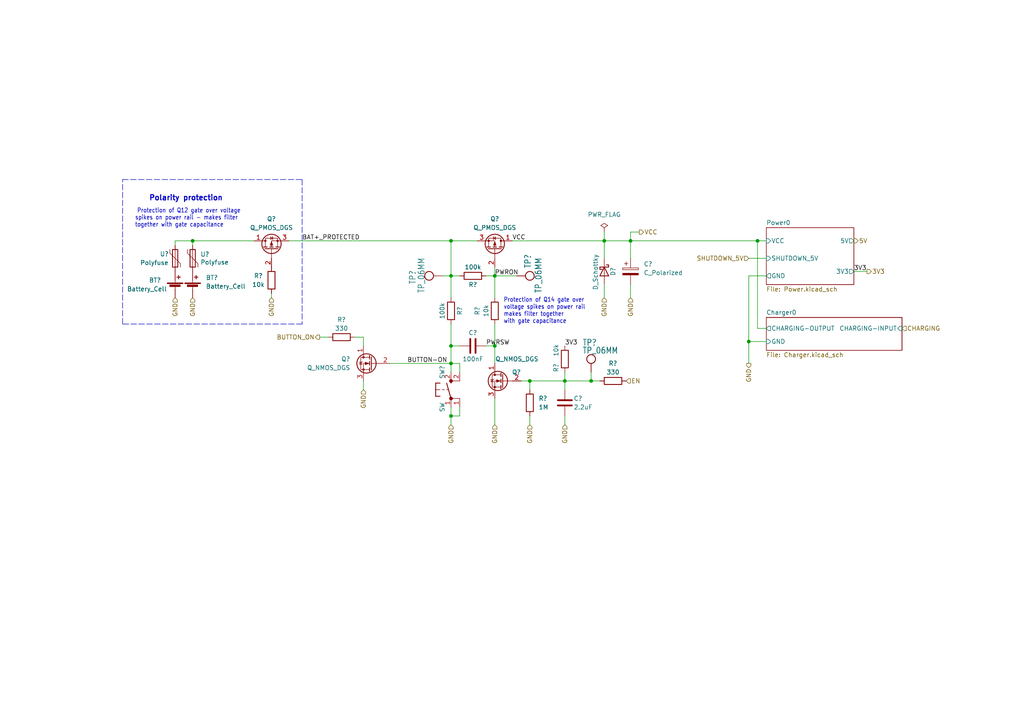
<source format=kicad_sch>
(kicad_sch (version 20211123) (generator eeschema)
  (paper "A4")
  (lib_symbols
    (symbol "B.B-rescue:Polyfuse-Device-B.B-rescue-B.B-rescue" (pin_numbers hide) (pin_names (offset 0))
      (property "Reference" "F" (at -2.54 0 90))
      (property "Value" "Polyfuse-Device-B.B-rescue-B.B-rescue" (at 2.54 0 90))
      (symbol "Polyfuse-Device-B.B-rescue-B.B-rescue_0_1"
        (rectangle (start -0.762 2.54) (end 0.762 -2.54) (stroke (width 0.254)))
        (polyline (pts (xy 0 2.54) (xy 0 -2.54)))
        (polyline (pts (xy -1.524 2.54) (xy -1.524 1.524) (xy 1.524 -1.524) (xy 1.524 -2.54)))
      )
      (symbol "Polyfuse-Device-B.B-rescue-B.B-rescue_1_1"
        (pin passive line (at 0 3.81 270) (length 1.27) (name "~") (number "1"))
        (pin passive line (at 0 -3.81 90) (length 1.27) (name "~") (number "2"))
      )
    )
    (symbol "Device:Battery_Cell" (pin_numbers hide) (pin_names (offset 0) hide)
      (property "Reference" "BT" (at 2.54 2.54 0))
      (property "Value" "Battery_Cell" (at 2.54 0 0))
      (symbol "Battery_Cell_0_1"
        (rectangle (start -2.286 1.778) (end 2.286 1.524) (fill (type outline)))
        (rectangle (start -1.5748 1.1938) (end 1.4732 0.6858) (fill (type outline)))
        (polyline (pts (xy 0 0.762) (xy 0 0)))
        (polyline (pts (xy 0 1.778) (xy 0 2.54)))
        (polyline (pts (xy 0.508 3.429) (xy 1.524 3.429)) (stroke (width 0.254)))
        (polyline (pts (xy 1.016 3.937) (xy 1.016 2.921)) (stroke (width 0.254)))
      )
      (symbol "Battery_Cell_1_1"
        (pin passive line (at 0 5.08 270) (length 2.54) (name "+") (number "1"))
        (pin passive line (at 0 -2.54 90) (length 2.54) (name "-") (number "2"))
      )
    )
    (symbol "Device:C" (pin_numbers hide) (pin_names (offset 0.254))
      (property "Reference" "C" (at 0.635 2.54 0))
      (property "Value" "C" (at 0.635 -2.54 0))
      (symbol "C_0_1"
        (polyline (pts (xy -2.032 -0.762) (xy 2.032 -0.762)) (stroke (width 0.508)))
        (polyline (pts (xy -2.032 0.762) (xy 2.032 0.762)) (stroke (width 0.508)))
      )
      (symbol "C_1_1"
        (pin passive line (at 0 3.81 270) (length 2.794) (name "~") (number "1"))
        (pin passive line (at 0 -3.81 90) (length 2.794) (name "~") (number "2"))
      )
    )
    (symbol "Device:C_Polarized" (pin_numbers hide) (pin_names (offset 0.254))
      (property "Reference" "C" (at 0.635 2.54 0))
      (property "Value" "C_Polarized" (at 0.635 -2.54 0))
      (symbol "C_Polarized_0_1"
        (rectangle (start -2.286 0.508) (end 2.286 1.016))
        (polyline (pts (xy -1.778 2.286) (xy -0.762 2.286)))
        (polyline (pts (xy -1.27 2.794) (xy -1.27 1.778)))
        (rectangle (start 2.286 -0.508) (end -2.286 -1.016) (fill (type outline)))
      )
      (symbol "C_Polarized_1_1"
        (pin passive line (at 0 3.81 270) (length 2.794) (name "~") (number "1"))
        (pin passive line (at 0 -3.81 90) (length 2.794) (name "~") (number "2"))
      )
    )
    (symbol "Device:D_Schottky" (pin_numbers hide) (pin_names (offset 1.016) hide)
      (property "Reference" "D" (at 0 2.54 0))
      (property "Value" "D_Schottky" (at 0 -2.54 0))
      (symbol "D_Schottky_0_1"
        (polyline (pts (xy 1.27 0) (xy -1.27 0)))
        (polyline (pts (xy 1.27 1.27) (xy 1.27 -1.27) (xy -1.27 0) (xy 1.27 1.27)) (stroke (width 0.254)))
        (polyline (pts (xy -1.905 0.635) (xy -1.905 1.27) (xy -1.27 1.27) (xy -1.27 -1.27) (xy -0.635 -1.27) (xy -0.635 -0.635)) (stroke (width 0.254)))
      )
      (symbol "D_Schottky_1_1"
        (pin passive line (at -3.81 0 0) (length 2.54) (name "K") (number "1"))
        (pin passive line (at 3.81 0 180) (length 2.54) (name "A") (number "2"))
      )
    )
    (symbol "Device:Q_NMOS_DGS" (pin_names (offset 0) hide)
      (property "Reference" "Q" (at 5.08 1.27 0))
      (property "Value" "Q_NMOS_DGS" (at 5.08 -1.27 0))
      (symbol "Q_NMOS_DGS_0_1"
        (polyline (pts (xy 0.254 0) (xy -2.54 0)))
        (polyline (pts (xy 0.254 1.905) (xy 0.254 -1.905)) (stroke (width 0.254)))
        (polyline (pts (xy 0.762 -1.27) (xy 0.762 -2.286)) (stroke (width 0.254)))
        (polyline (pts (xy 0.762 0.508) (xy 0.762 -0.508)) (stroke (width 0.254)))
        (polyline (pts (xy 0.762 2.286) (xy 0.762 1.27)) (stroke (width 0.254)))
        (polyline (pts (xy 2.54 2.54) (xy 2.54 1.778)))
        (polyline (pts (xy 2.54 -2.54) (xy 2.54 0) (xy 0.762 0)))
        (polyline (pts (xy 0.762 -1.778) (xy 3.302 -1.778) (xy 3.302 1.778) (xy 0.762 1.778)))
        (polyline (pts (xy 1.016 0) (xy 2.032 0.381) (xy 2.032 -0.381) (xy 1.016 0)) (fill (type outline)))
        (polyline (pts (xy 2.794 0.508) (xy 2.921 0.381) (xy 3.683 0.381) (xy 3.81 0.254)))
        (polyline (pts (xy 3.302 0.381) (xy 2.921 -0.254) (xy 3.683 -0.254) (xy 3.302 0.381)))
        (circle (center 1.651 0) (radius 2.794) (stroke (width 0.254)))
        (circle (center 2.54 -1.778) (radius 0.254) (fill (type outline)))
        (circle (center 2.54 1.778) (radius 0.254) (fill (type outline)))
      )
      (symbol "Q_NMOS_DGS_1_1"
        (pin passive line (at 2.54 5.08 270) (length 2.54) (name "D") (number "1"))
        (pin input line (at -5.08 0 0) (length 2.54) (name "G") (number "2"))
        (pin passive line (at 2.54 -5.08 90) (length 2.54) (name "S") (number "3"))
      )
    )
    (symbol "Device:Q_PMOS_DGS" (pin_names (offset 0) hide)
      (property "Reference" "Q" (at 5.08 1.27 0))
      (property "Value" "Q_PMOS_DGS" (at 5.08 -1.27 0))
      (symbol "Q_PMOS_DGS_0_1"
        (polyline (pts (xy 0.254 0) (xy -2.54 0)))
        (polyline (pts (xy 0.254 1.905) (xy 0.254 -1.905)) (stroke (width 0.254)))
        (polyline (pts (xy 0.762 -1.27) (xy 0.762 -2.286)) (stroke (width 0.254)))
        (polyline (pts (xy 0.762 0.508) (xy 0.762 -0.508)) (stroke (width 0.254)))
        (polyline (pts (xy 0.762 2.286) (xy 0.762 1.27)) (stroke (width 0.254)))
        (polyline (pts (xy 2.54 2.54) (xy 2.54 1.778)))
        (polyline (pts (xy 2.54 -2.54) (xy 2.54 0) (xy 0.762 0)))
        (polyline (pts (xy 0.762 1.778) (xy 3.302 1.778) (xy 3.302 -1.778) (xy 0.762 -1.778)))
        (polyline (pts (xy 2.286 0) (xy 1.27 0.381) (xy 1.27 -0.381) (xy 2.286 0)) (fill (type outline)))
        (polyline (pts (xy 2.794 -0.508) (xy 2.921 -0.381) (xy 3.683 -0.381) (xy 3.81 -0.254)))
        (polyline (pts (xy 3.302 -0.381) (xy 2.921 0.254) (xy 3.683 0.254) (xy 3.302 -0.381)))
        (circle (center 1.651 0) (radius 2.794) (stroke (width 0.254)))
        (circle (center 2.54 -1.778) (radius 0.254) (fill (type outline)))
        (circle (center 2.54 1.778) (radius 0.254) (fill (type outline)))
      )
      (symbol "Q_PMOS_DGS_1_1"
        (pin passive line (at 2.54 5.08 270) (length 2.54) (name "D") (number "1"))
        (pin input line (at -5.08 0 0) (length 2.54) (name "G") (number "2"))
        (pin passive line (at 2.54 -5.08 90) (length 2.54) (name "S") (number "3"))
      )
    )
    (symbol "Device:R" (pin_numbers hide) (pin_names (offset 0))
      (property "Reference" "R" (at 2.032 0 90))
      (property "Value" "R" (at 0 0 90))
      (symbol "R_0_1"
        (rectangle (start -1.016 -2.54) (end 1.016 2.54) (stroke (width 0.254)))
      )
      (symbol "R_1_1"
        (pin passive line (at 0 3.81 270) (length 1.27) (name "~") (number "1"))
        (pin passive line (at 0 -3.81 90) (length 1.27) (name "~") (number "2"))
      )
    )
    (symbol "RBCX-eagle-import:TP_06MM"
      (property "Reference" "TP" (at -2.54 7.62 0))
      (property "Value" "TP_06MM" (at -2.54 5.334 0))
      (symbol "TP_06MM_1_0"
        (circle (center 0 3.81) (radius 1.27) (stroke (width 0.254)))
        (pin passive line (at 0 0 90) (length 2.54) (name "TP") (number "P$1"))
      )
    )
    (symbol "RBCX:SW"
      (property "Reference" "SW" (at 0 8.89 0))
      (property "Value" "SW" (at 0 6.35 0))
      (symbol "SW_1_0"
        (circle (center 0 -2.54) (radius 0.127) (stroke (width 0.4064)))
        (polyline (pts (xy -4.445 -1.905) (xy -3.175 -1.905)) (stroke (width 0.254)))
        (polyline (pts (xy -4.445 0) (xy -4.445 -1.905)) (stroke (width 0.254)))
        (polyline (pts (xy -4.445 0) (xy -3.175 0)) (stroke (width 0.1524)))
        (polyline (pts (xy -4.445 1.905) (xy -4.445 0)) (stroke (width 0.254)))
        (polyline (pts (xy -4.445 1.905) (xy -3.175 1.905)) (stroke (width 0.254)))
        (polyline (pts (xy -2.54 0) (xy -1.905 0)) (stroke (width 0.1524)))
        (polyline (pts (xy -1.27 0) (xy -0.635 0)) (stroke (width 0.1524)))
        (polyline (pts (xy 0 -2.54) (xy -1.27 1.905)) (stroke (width 0.254)))
        (polyline (pts (xy 0 1.905) (xy 0 2.54)) (stroke (width 0.254)))
        (polyline (pts (xy 2.54 -2.54) (xy 0 -2.54)) (stroke (width 0.1524)))
        (polyline (pts (xy 2.54 2.54) (xy 0 2.54)) (stroke (width 0.1524)))
        (circle (center 0 2.54) (radius 0.127) (stroke (width 0.4064)))
        (pin passive line (at 0 -5.08 90) (length 2.54) (name "P") (number "1"))
        (pin passive line (at 2.54 -5.08 90) (length 2.54) (name "P1") (number "1"))
        (pin passive line (at 0 5.08 270) (length 2.54) (name "S") (number "2"))
        (pin passive line (at 2.54 5.08 270) (length 2.54) (name "S1") (number "2"))
      )
    )
    (symbol "power:PWR_FLAG" (power) (pin_numbers hide) (pin_names (offset 0) hide)
      (property "Value" "PWR_FLAG" (at 0 3.81 0))
      (symbol "PWR_FLAG_0_0"
        (pin power_out line (at 0 0 90) (length 0) (name "pwr") (number "1"))
      )
      (symbol "PWR_FLAG_0_1"
        (polyline (pts (xy 0 0) (xy 0 1.27) (xy -1.016 1.905) (xy 0 2.54) (xy 1.016 1.905) (xy 0 1.27)))
      )
    )
  )
  (junction (at 153.67 110.49))
  (junction (at 171.45 110.49))
  (junction (at 217.17 99.06))
  (junction (at 55.88 69.85))
  (junction (at 130.81 69.85))
  (junction (at 182.88 69.85))
  (junction (at 163.83 110.49))
  (junction (at 130.81 105.41))
  (junction (at 175.26 69.85))
  (junction (at 130.81 120.65))
  (junction (at 143.51 100.33))
  (junction (at 143.51 80.01))
  (junction (at 130.81 80.01))
  (junction (at 219.71 69.85))
  (junction (at 130.81 100.33))
  (wire (pts (xy 133.35 118.11) (xy 133.35 120.65)))
  (wire (pts (xy 113.03 105.41) (xy 130.81 105.41)))
  (wire (pts (xy 163.83 107.95) (xy 163.83 110.49)))
  (wire (pts (xy 130.81 69.85) (xy 138.43 69.85)))
  (wire (pts (xy 153.67 113.03) (xy 153.67 110.49)))
  (wire (pts (xy 128.27 80.01) (xy 130.81 80.01)))
  (wire (pts (xy 133.35 120.65) (xy 130.81 120.65)))
  (wire (pts (xy 182.88 67.31) (xy 182.88 69.85)))
  (wire (pts (xy 133.35 100.33) (xy 130.81 100.33)))
  (wire (pts (xy 182.88 74.93) (xy 182.88 69.85)))
  (wire (pts (xy 50.8 71.12) (xy 50.8 69.85)))
  (wire (pts (xy 182.88 69.85) (xy 219.71 69.85)))
  (wire (pts (xy 130.81 118.11) (xy 130.81 120.65)))
  (wire (pts (xy 133.35 105.41) (xy 130.81 105.41)))
  (wire (pts (xy 247.65 78.74) (xy 251.46 78.74)))
  (wire (pts (xy 130.81 80.01) (xy 133.35 80.01)))
  (wire (pts (xy 163.83 110.49) (xy 163.83 113.03)))
  (wire (pts (xy 105.41 113.03) (xy 105.41 110.49)))
  (wire (pts (xy 185.42 67.31) (xy 182.88 67.31)))
  (wire (pts (xy 173.99 110.49) (xy 171.45 110.49)))
  (wire (pts (xy 148.59 69.85) (xy 175.26 69.85)))
  (wire (pts (xy 217.17 99.06) (xy 217.17 80.01)))
  (wire (pts (xy 153.67 120.65) (xy 153.67 123.19)))
  (wire (pts (xy 143.51 80.01) (xy 143.51 86.36)))
  (wire (pts (xy 175.26 74.93) (xy 175.26 69.85)))
  (polyline (pts (xy 87.63 52.07) (xy 87.63 93.98)))
  (wire (pts (xy 50.8 69.85) (xy 55.88 69.85)))
  (wire (pts (xy 133.35 107.95) (xy 133.35 105.41)))
  (wire (pts (xy 92.71 97.79) (xy 95.25 97.79)))
  (wire (pts (xy 83.82 69.85) (xy 130.81 69.85)))
  (wire (pts (xy 130.81 123.19) (xy 130.81 120.65)))
  (wire (pts (xy 175.26 69.85) (xy 182.88 69.85)))
  (wire (pts (xy 219.71 95.25) (xy 222.25 95.25)))
  (wire (pts (xy 143.51 77.47) (xy 143.51 80.01)))
  (wire (pts (xy 163.83 120.65) (xy 163.83 123.19)))
  (wire (pts (xy 55.88 69.85) (xy 73.66 69.85)))
  (wire (pts (xy 55.88 71.12) (xy 55.88 69.85)))
  (polyline (pts (xy 87.63 93.98) (xy 35.56 93.98)))
  (wire (pts (xy 140.97 80.01) (xy 143.51 80.01)))
  (wire (pts (xy 217.17 105.41) (xy 217.17 99.06)))
  (wire (pts (xy 219.71 69.85) (xy 222.25 69.85)))
  (wire (pts (xy 105.41 97.79) (xy 102.87 97.79)))
  (polyline (pts (xy 35.56 52.07) (xy 87.63 52.07)))
  (wire (pts (xy 78.74 86.36) (xy 78.74 85.09)))
  (wire (pts (xy 149.86 80.01) (xy 143.51 80.01)))
  (wire (pts (xy 217.17 80.01) (xy 222.25 80.01)))
  (wire (pts (xy 171.45 107.95) (xy 171.45 110.49)))
  (wire (pts (xy 140.97 100.33) (xy 143.51 100.33)))
  (wire (pts (xy 130.81 105.41) (xy 130.81 107.95)))
  (wire (pts (xy 163.83 110.49) (xy 171.45 110.49)))
  (wire (pts (xy 175.26 67.31) (xy 175.26 69.85)))
  (wire (pts (xy 143.51 100.33) (xy 143.51 105.41)))
  (wire (pts (xy 217.17 99.06) (xy 222.25 99.06)))
  (wire (pts (xy 219.71 95.25) (xy 219.71 69.85)))
  (wire (pts (xy 143.51 123.19) (xy 143.51 115.57)))
  (wire (pts (xy 151.13 110.49) (xy 153.67 110.49)))
  (wire (pts (xy 182.88 82.55) (xy 182.88 86.36)))
  (wire (pts (xy 175.26 82.55) (xy 175.26 86.36)))
  (wire (pts (xy 130.81 80.01) (xy 130.81 86.36)))
  (wire (pts (xy 217.17 74.93) (xy 222.25 74.93)))
  (wire (pts (xy 105.41 100.33) (xy 105.41 97.79)))
  (wire (pts (xy 153.67 110.49) (xy 163.83 110.49)))
  (wire (pts (xy 143.51 93.98) (xy 143.51 100.33)))
  (polyline (pts (xy 35.56 93.98) (xy 35.56 52.07)))
  (wire (pts (xy 130.81 93.98) (xy 130.81 100.33)))
  (wire (pts (xy 130.81 100.33) (xy 130.81 105.41)))
  (wire (pts (xy 130.81 80.01) (xy 130.81 69.85)))
  (text "Protection of Q12 gate over voltage\nspikes on power rail - makes filter \ntogether with gate capacitance      " (at 69.85 66.04 180) (effects (font (size 1.27 1.0795)) (justify right bottom)))
  (text "Polarity protection" (at 43.18 58.42 0) (effects (font (size 1.5 1.5) (thickness 0.3) bold) (justify left bottom)))
  (text "Protection of Q14 gate over \nvoltage spikes on power rail\nmakes filter together \nwith gate capacitance" (at 146.05 93.98 180) (effects (font (size 1.27 1.0795)) (justify left bottom)))
  (label "3V3" (at 163.83 100.33 0))
  (label "PWRON" (at 143.51 80.01 0))
  (label "VCC" (at 148.59 69.85 0))
  (label "BUTTON-ON" (at 118.11 105.41 0))
  (label "3V3" (at 247.65 78.74 0))
  (label "BAT+_PROTECTED" (at 87.63 69.85 0))
  (label "PWRSW" (at 140.97 100.33 0))
  (hierarchical_label "GND" (shape input) (at 182.88 86.36 270))
  (hierarchical_label "GND" (shape input) (at 130.81 123.19 270))
  (hierarchical_label "SHUTDOWN_5V" (shape input) (at 217.17 74.93 180))
  (hierarchical_label "3V3" (shape output) (at 251.46 78.74 0))
  (hierarchical_label "BUTTON_ON" (shape output) (at 92.71 97.79 180))
  (hierarchical_label "GND" (shape input) (at 163.83 123.19 270))
  (hierarchical_label "EN" (shape input) (at 181.61 110.49 0))
  (hierarchical_label "GND" (shape input) (at 175.26 86.36 270))
  (hierarchical_label "CHARGING" (shape input) (at 261.62 95.25 0))
  (hierarchical_label "GND" (shape output) (at 217.17 105.41 270))
  (hierarchical_label "GND" (shape input) (at 153.67 123.19 270))
  (hierarchical_label "GND" (shape input) (at 78.74 86.36 270))
  (hierarchical_label "5V" (shape output) (at 247.65 69.85 0))
  (hierarchical_label "VCC" (shape output) (at 185.42 67.31 0))
  (hierarchical_label "GND" (shape input) (at 55.88 86.36 270))
  (hierarchical_label "GND" (shape input) (at 143.51 123.19 270))
  (hierarchical_label "GND" (shape input) (at 105.41 113.03 270))
  (hierarchical_label "GND" (shape input) (at 50.8 86.36 270))
  (symbol (lib_id "RBCX-eagle-import:TP_06MM") (at 128.27 80.01 90) (unit 1)
    (property "Reference" "TP?" (at 120.65 82.55 0) (effects (font (size 1.778 1.5113)) (justify left bottom)))
    (property "Value" "TP_06MM" (at 123.19 85.09 0) (effects (font (size 1.778 1.5113)) (justify left bottom)))
    (property "Footprint" "RBCX:TP_06MM" (effects hide))
    (property "JLCPCB_IGNORE" "1" (effects hide))
  )
  (symbol (lib_id "Device:R") (at 99.06 97.79 90) (unit 1)
    (property "Reference" "R?" (at 99.06 92.71 90))
    (property "Value" "330" (at 99.06 95.25 90))
    (property "Footprint" "Capacitor_SMD:C_0201_0603Metric" (effects hide))
    (property "LCSC" "C473445" (effects hide))
    (property "Basic/Extended" "E" (effects hide))
  )
  (symbol (lib_id "Device:R") (at 177.8 110.49 90) (unit 1)
    (property "Reference" "R?" (at 177.8 105.41 90))
    (property "Value" "330" (at 177.8 107.95 90))
    (property "Footprint" "Capacitor_SMD:C_0201_0603Metric" (effects hide))
    (property "LCSC" "C473445" (effects hide))
    (property "Basic/Extended" "E" (effects hide))
  )
  (symbol (lib_id "Device:Battery_Cell") (at 55.88 83.82 0) (unit 1)
    (property "Reference" "BT?" (at 59.69 80.5179 0) (effects (justify left)))
    (property "Value" "Battery_Cell" (at 59.69 83.0579 0) (effects (justify left)))
  )
  (symbol (lib_id "Device:Q_NMOS_DGS") (at 107.95 105.41 0) (mirror y) (unit 1)
    (property "Reference" "Q?" (at 101.6 104.14 0) (effects (justify left)))
    (property "Value" "Q_NMOS_DGS" (at 101.6 106.68 0) (effects (justify left)))
    (property "Footprint" "Package_TO_SOT_SMD:SOT-723" (effects hide))
    (property "Datasheet" "https://datasheet.lcsc.com/lcsc/2004141706_Jiangsu-Changjing-Electronics-Technology-Co---Ltd--2SK3541_C504051.pdf" (effects hide))
    (property "LCSC" "C504051" (effects hide))
    (property "Basic/Extended" "E" (effects hide))
    (property "JLCPCB_CORRECTION" "0;0;180" (effects hide))
  )
  (symbol (lib_id "Device:C") (at 163.83 116.84 0) (unit 1)
    (property "Reference" "C?" (at 166.37 115.57 0) (effects (justify left)))
    (property "Value" "2.2uF" (at 166.37 118.11 0) (effects (justify left)))
    (property "Footprint" "Capacitor_SMD:C_0402_1005Metric" (effects hide))
    (property "LCSC" "C12530" (effects hide))
    (property "Basic/Extended" "B" (effects hide))
  )
  (symbol (lib_id "Device:C") (at 137.16 100.33 90) (unit 1)
    (property "Reference" "C?" (at 137.16 96.52 90))
    (property "Value" "100nF" (at 137.16 104.14 90))
    (property "Footprint" "Capacitor_SMD:C_0402_1005Metric" (effects hide))
    (property "LCSC" "C131394" (effects hide))
    (property "Basic/Extended" "E" (effects hide))
  )
  (symbol (lib_id "Device:R") (at 137.16 80.01 90) (unit 1)
    (property "Reference" "R?" (at 137.16 82.55 90))
    (property "Value" "100k" (at 137.16 77.47 90))
    (property "Footprint" "Capacitor_SMD:C_0201_0603Metric" (effects hide))
    (property "LCSC" "C270364" (effects hide))
    (property "Basic/Extended" "E" (effects hide))
  )
  (symbol (lib_id "RBCX:SW") (at 130.81 113.03 0) (unit 1)
    (property "Reference" "SW?" (at 128.27 107.95 90))
    (property "Value" "SW" (at 128.27 118.11 90))
    (property "Footprint" "RBCX:SW" (effects hide))
    (property "Datasheet" "https://datasheet.lcsc.com/lcsc/2002271431_XKB-Connectivity-TS-1187A-B-A-B_C318884.pdf" (effects hide))
    (property "LCSC" "C318884" (effects hide))
    (property "Basic/Extended" "B" (effects hide))
  )
  (symbol (lib_id "Device:Q_NMOS_DGS") (at 146.05 110.49 0) (mirror y) (unit 1)
    (property "Reference" "Q?" (at 151.13 107.95 0) (effects (justify left)))
    (property "Value" "Q_NMOS_DGS" (at 156.21 104.14 0) (effects (justify left)))
    (property "Footprint" "Package_TO_SOT_SMD:SOT-723" (effects hide))
    (property "Datasheet" "https://datasheet.lcsc.com/lcsc/2004141706_Jiangsu-Changjing-Electronics-Technology-Co---Ltd--2SK3541_C504051.pdf" (effects hide))
    (property "LCSC" "C504051" (effects hide))
    (property "Basic/Extended" "E" (effects hide))
    (property "JLCPCB_CORRECTION" "0;0;180" (effects hide))
  )
  (symbol (lib_id "Device:C_Polarized") (at 182.88 78.74 0) (unit 1)
    (property "Reference" "C?" (at 186.69 76.5809 0) (effects (justify left)))
    (property "Value" "C_Polarized" (at 186.69 79.1209 0) (effects (justify left)))
    (property "Footprint" "Capacitor_SMD:CP_Elec_8x11.9" (effects hide))
    (property "Datasheet" "https://datasheet.lcsc.com/lcsc/2112131830_AISHI-Aihua-Group-SVZ1VM221FBRE00RAXXX_C2923769.pdf" (effects hide))
    (property "LCSC" "C2923769" (effects hide))
    (property "Basic/Extended" "E" (effects hide))
  )
  (symbol (lib_id "Device:Battery_Cell") (at 50.8 83.82 0) (unit 1)
    (property "Reference" "BT?" (at 43.18 81.28 0) (effects (justify left)))
    (property "Value" "Battery_Cell" (at 36.83 83.82 0) (effects (justify left)))
  )
  (symbol (lib_id "Device:D_Schottky") (at 175.26 78.74 270) (unit 1)
    (property "Reference" "D?" (at 177.8 77.47 0) (effects (justify left)))
    (property "Value" "D_Schottky" (at 172.72 73.66 0) (effects (justify left)))
    (property "Footprint" "Diode_SMD:D_SOD-123F" (effects hide))
    (property "Datasheet" "https://datasheet.lcsc.com/lcsc/1810211104_Shandong-Jingdao-Microelectronics-DS24W_C108810.pdf" (effects hide))
    (property "LCSC" "C108810" (effects hide))
    (property "Basic/Extended" "E" (effects hide))
  )
  (symbol (lib_id "Device:Q_PMOS_DGS") (at 143.51 72.39 270) (mirror x) (unit 1)
    (property "Reference" "Q?" (at 143.51 63.5 90))
    (property "Value" "Q_PMOS_DGS" (at 143.51 66.04 90))
    (property "Footprint" "RBCX:JMSL0302AU" (effects hide))
    (property "Datasheet" "https://datasheet.lcsc.com/lcsc/2109070930_Jiangsu-JieJie-Microelectronics-JMSL0302AU_C2890409.pdf" (effects hide))
    (property "LCSC" "C2890409" (effects hide))
    (property "Basic/Extended" "E" (effects hide))
  )
  (symbol (lib_id "Device:Q_PMOS_DGS") (at 78.74 72.39 90) (unit 1)
    (property "Reference" "Q?" (at 78.74 63.5 90))
    (property "Value" "Q_PMOS_DGS" (at 78.74 66.04 90))
    (property "Footprint" "RBCX:JMSL0302AU" (effects hide))
    (property "Datasheet" "https://datasheet.lcsc.com/lcsc/2109070930_Jiangsu-JieJie-Microelectronics-JMSL0302AU_C2890409.pdf" (effects hide))
    (property "LCSC" "C2890409" (effects hide))
    (property "Basic/Extended" "E" (effects hide))
  )
  (symbol (lib_id "RBCX-eagle-import:TP_06MM") (at 171.45 107.95 0) (unit 1)
    (property "Reference" "TP?" (at 168.91 100.33 0) (effects (font (size 1.778 1.5113)) (justify left bottom)))
    (property "Value" "TP_06MM" (at 168.91 102.616 0) (effects (font (size 1.778 1.5113)) (justify left bottom)))
    (property "Footprint" "RBCX:TP_06MM" (effects hide))
    (property "JLCPCB_IGNORE" "1" (effects hide))
  )
  (symbol (lib_id "Device:R") (at 153.67 116.84 0) (unit 1)
    (property "Reference" "R?" (at 156.21 115.5699 0) (effects (justify left)))
    (property "Value" "1M" (at 156.21 118.11 0) (effects (justify left)))
    (property "Footprint" "Resistor_SMD:R_0201_0603Metric" (effects hide))
    (property "LCSC" "C473482" (effects hide))
    (property "Basic/Extended" "E" (effects hide))
  )
  (symbol (lib_id "B.B-rescue:Polyfuse-Device-B.B-rescue-B.B-rescue") (at 55.88 74.93 0) (unit 1)
    (property "Reference" "U?" (at 58.1152 73.7616 0) (effects (justify left)))
    (property "Value" "Polyfuse" (at 58.1152 76.073 0) (effects (justify left)))
    (property "Footprint" "Inductor_SMD:L_1206_3216Metric" (effects hide))
    (property "LCSC" "C20988" (effects hide))
  )
  (symbol (lib_id "Device:R") (at 143.51 90.17 180) (unit 1)
    (property "Reference" "R?" (at 138.43 90.17 90))
    (property "Value" "10k" (at 140.97 90.17 90))
    (property "Footprint" "Capacitor_SMD:C_0201_0603Metric" (effects hide))
    (property "LCSC" "C106225" (effects hide))
    (property "Basic/Extended" "E" (effects hide))
  )
  (symbol (lib_id "Device:R") (at 78.74 81.28 180) (unit 1)
    (property "Reference" "R?" (at 74.93 80.01 0))
    (property "Value" "10k" (at 74.93 82.55 0))
    (property "Footprint" "Capacitor_SMD:C_0201_0603Metric" (effects hide))
    (property "LCSC" "C106225" (effects hide))
    (property "Basic/Extended" "E" (effects hide))
  )
  (symbol (lib_id "B.B-rescue:Polyfuse-Device-B.B-rescue-B.B-rescue") (at 50.8 74.93 0) (unit 1)
    (property "Reference" "U?" (at 46.355 73.66 0) (effects (justify left)))
    (property "Value" "Polyfuse" (at 40.64 76.2 0) (effects (justify left)))
    (property "Footprint" "Inductor_SMD:L_1206_3216Metric" (effects hide))
    (property "LCSC" "C20988" (effects hide))
  )
  (symbol (lib_id "power:PWR_FLAG") (at 175.26 67.31 0) (unit 1)
    (property "Reference" "#FLG?" (effects hide))
    (property "Value" "PWR_FLAG" (at 175.26 62.23 0))
  )
  (symbol (lib_id "Device:R") (at 163.83 104.14 180) (unit 1)
    (property "Reference" "R?" (at 161.29 106.68 90))
    (property "Value" "10k" (at 161.29 101.6 90))
    (property "Footprint" "Capacitor_SMD:C_0201_0603Metric" (effects hide))
    (property "LCSC" "C106225" (effects hide))
    (property "Basic/Extended" "E" (effects hide))
  )
  (symbol (lib_id "Device:R") (at 130.81 90.17 180) (unit 1)
    (property "Reference" "R?" (at 133.35 90.17 90))
    (property "Value" "100k" (at 128.27 90.17 90))
    (property "Footprint" "Capacitor_SMD:C_0201_0603Metric" (effects hide))
    (property "LCSC" "C270364" (effects hide))
    (property "Basic/Extended" "E" (effects hide))
  )
  (symbol (lib_id "RBCX-eagle-import:TP_06MM") (at 149.86 80.01 270) (unit 1)
    (property "Reference" "TP?" (at 152.146 73.66 0) (effects (font (size 1.778 1.5113)) (justify left bottom)))
    (property "Value" "TP_06MM" (at 155.194 74.676 0) (effects (font (size 1.778 1.5113)) (justify left bottom)))
    (property "Footprint" "RBCX:TP_06MM" (effects hide))
    (property "JLCPCB_IGNORE" "1" (effects hide))
  )
  (sheet (at 222.25 92.075) (size 39.37 9.525) (stroke (width 0.1524))
    (property "Sheet name" "Charger0" (at 222.25 91.3634 0) (effects (justify left bottom)))
    (property "Sheet file" "Charger.kicad_sch" (at 222.25 102.1846 0) (effects (justify left top)))
    (pin "GND" input (at 222.25 99.06 180))
    (pin "CHARGING-INPUT" input (at 261.62 95.25 0))
    (pin "CHARGING-OUTPUT" output (at 222.25 95.25 180))
  )
  (sheet (at 222.25 66.04) (size 25.4 16.51) (stroke (width 0.1524))
    (property "Sheet name" "Power0" (at 222.25 65.3284 0) (effects (justify left bottom)))
    (property "Sheet file" "Power.kicad_sch" (at 222.25 83.1346 0) (effects (justify left top)))
    (pin "5V" output (at 247.65 69.85 0))
    (pin "3V3" output (at 247.65 78.74 0))
    (pin "GND" output (at 222.25 80.01 180))
    (pin "SHUTDOWN_5V" input (at 222.25 74.93 180))
    (pin "VCC" input (at 222.25 69.85 180))
  )
)
</source>
